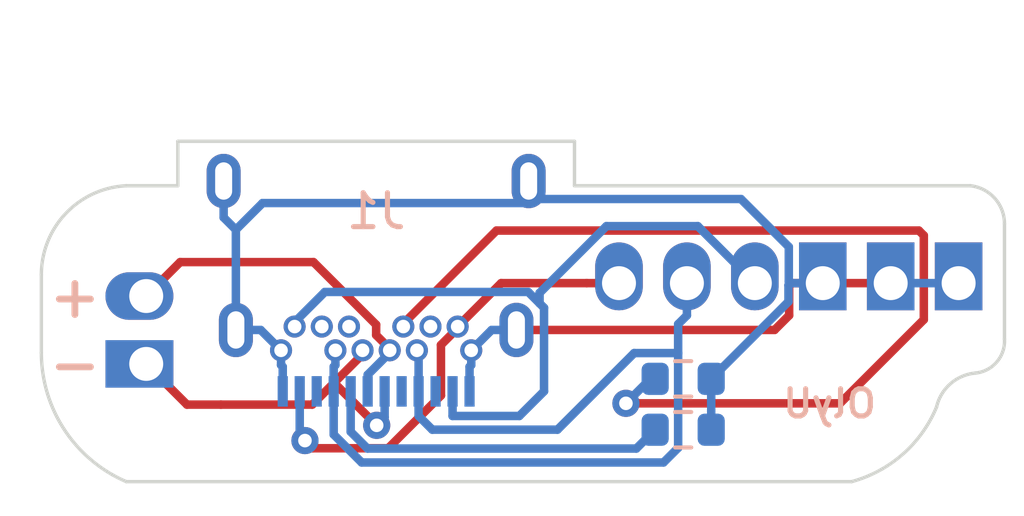
<source format=kicad_pcb>
(kicad_pcb (version 20211014) (generator pcbnew)
  (layers (0 "F.Cu" signal) (31 "B.Cu" signal) (34 "B.Paste" user) (35 "F.Paste" user) (36 "B.SilkS" user "B.Silkscreen") (37 "F.SilkS" user "F.Silkscreen") (38 "B.Mask" user) (39 "F.Mask" user) (44 "Edge.Cuts" user))
  (net 0 "")
  (net 1 "GND")
  (net 2 "3V3")
  (net 3 "VBUS")
  (net 4 "Net-(J1-PadA5)")
  (net 5 "D+")
  (net 6 "D-")
  (net 7 "Net-(J1-PadA8)")
  (net 8 "D3V")
  (net 9 "Net-(J1-PadB5)")
  (net 10 "Net-(J1-PadB8)")
  (net 11 "Net-(J1-PadB3)")
  (net 12 "Net-(J1-PadB10)")
  (net 13 "Net-(J1-PadA3)")
  (net 14 "Net-(J1-PadA10)")
  (footprint "Connector_PinHeader_2.00mm:PinHeader_1x06_P2.00mm_Vertical" (layer "F.Cu") (at 7.15 3.35 90)
    (fp_text reference "J2" hide)
    (fp_text value "Conn_01x06" hide)
    (pad "1" thru_hole oval locked (at 0 0 90) (size 2 1.4) (drill 1 (offset 0.2 0)) (layers *.Cu *.Mask) (net 2 "3V3"))
    (pad "2" thru_hole oval locked (at 0 2 90) (size 2 1.4) (drill 1 (offset 0.2 0)) (layers *.Cu *.Mask) (net 3 "VBUS"))
    (pad "3" thru_hole oval locked (at 0 4 90) (size 2 1.4) (drill 1 (offset 0.2 0)) (layers *.Cu *.Mask) (net 8 "D3V"))
    (pad "4" thru_hole rect locked (at 0 6 90) (size 2 1.4) (drill 1 (offset 0.2 0)) (layers *.Cu *.Mask) (net 1 "GND"))
    (pad "5" thru_hole rect locked (at 0 8 90) (size 2 1.4) (drill 1 (offset 0.2 0)) (layers *.Cu *.Mask) (net 1 "GND"))
    (pad "6" thru_hole rect locked (at 0 10 90) (size 2 1.4) (drill 1 (offset 0.2 0)) (layers *.Cu *.Mask) (net 1 "GND"))
  )
  (footprint "Connector_PinHeader_2.00mm:PinHeader_1x02_P2.00mm_Vertical" (layer "F.Cu") (at -6.77 5.73 180)
    (fp_text reference "J3" hide)
    (fp_text value "Conn_01x02" hide)
    (pad "1" thru_hole rect locked (at 0 0 180) (size 2 1.4) (drill 1 (offset 0.2 0)) (layers *.Cu *.Mask) (net 6 "D-"))
    (pad "2" thru_hole oval locked (at 0 2 180) (size 2 1.4) (drill 1 (offset 0.2 0)) (layers *.Cu *.Mask) (net 5 "D+"))
  )
  (footprint "Model_S:Shou Han Type-C 24P QCHT" (layer "B.Cu") (at 0 -1.5204)
    (fp_text reference "J1" (at 0 2.75) (layer "B.SilkS") (effects (justify mirror)))
    (fp_text value "USB_C_Receptacle")
    (pad "" np_thru_hole circle (at -3.6 7.5) (size 0.7 0.7) (drill 0.7) (layers *.Cu *.Mask))
    (pad "" np_thru_hole circle (at 3.75 7.5) (size 0.7 0.7) (drill 0.7) (layers *.Cu *.Mask))
    (pad "A1" smd rect (at -2.75 8.06) (size 0.3 0.9) (layers "B.Cu" "B.Paste" "B.Mask") (net 1 "GND"))
    (pad "A2" smd rect (at -2.25 8.06) (size 0.3 0.9) (layers "B.Cu" "B.Paste" "B.Mask") (net 2 "3V3"))
    (pad "A3" smd rect (at -1.75 8.06) (size 0.3 0.9) (layers "B.Cu" "B.Paste" "B.Mask") (net 13 "Net-(J1-PadA3)"))
    (pad "A4" smd rect (at -1.25 8.06) (size 0.3 0.9) (layers "B.Cu" "B.Paste" "B.Mask") (net 3 "VBUS"))
    (pad "A5" smd rect (at -0.75 8.06) (size 0.3 0.9) (layers "B.Cu" "B.Paste" "B.Mask") (net 4 "Net-(J1-PadA5)"))
    (pad "A6" smd rect (at -0.25 8.06) (size 0.3 0.9) (layers "B.Cu" "B.Paste" "B.Mask") (net 5 "D+"))
    (pad "A7" smd rect (at 0.25 8.06) (size 0.3 0.9) (layers "B.Cu" "B.Paste" "B.Mask") (net 6 "D-"))
    (pad "A8" smd rect (at 0.75 8.06) (size 0.3 0.9) (layers "B.Cu" "B.Paste" "B.Mask") (net 7 "Net-(J1-PadA8)"))
    (pad "A9" smd rect (at 1.25 8.06) (size 0.3 0.9) (layers "B.Cu" "B.Paste" "B.Mask") (net 3 "VBUS"))
    (pad "A10" smd rect (at 1.75 8.06) (size 0.3 0.9) (layers "B.Cu" "B.Paste" "B.Mask") (net 14 "Net-(J1-PadA10)"))
    (pad "A11" smd rect (at 2.25 8.06) (size 0.3 0.9) (layers "B.Cu" "B.Paste" "B.Mask") (net 8 "D3V"))
    (pad "A12" smd rect (at 2.75 8.06) (size 0.3 0.9) (layers "B.Cu" "B.Paste" "B.Mask") (net 1 "GND"))
    (pad "B1" thru_hole circle (at 2.8 6.85) (size 0.65 0.65) (drill 0.4) (layers *.Cu *.Mask) (net 1 "GND"))
    (pad "B2" thru_hole circle (at 2.4 6.15) (size 0.65 0.65) (drill 0.4) (layers *.Cu *.Mask) (net 2 "3V3"))
    (pad "B3" thru_hole circle (at 1.6 6.15) (size 0.65 0.65) (drill 0.4) (layers *.Cu *.Mask) (net 11 "Net-(J1-PadB3)"))
    (pad "B4" thru_hole circle (at 1.2 6.85) (size 0.65 0.65) (drill 0.4) (layers *.Cu *.Mask) (net 3 "VBUS"))
    (pad "B5" thru_hole circle (at 0.8 6.15) (size 0.65 0.65) (drill 0.4) (layers *.Cu *.Mask) (net 9 "Net-(J1-PadB5)"))
    (pad "B6" thru_hole circle (at 0.4 6.85) (size 0.65 0.65) (drill 0.4) (layers *.Cu *.Mask) (net 5 "D+"))
    (pad "B7" thru_hole circle (at -0.4 6.85) (size 0.65 0.65) (drill 0.4) (layers *.Cu *.Mask) (net 6 "D-"))
    (pad "B8" thru_hole circle (at -0.8 6.15) (size 0.65 0.65) (drill 0.4) (layers *.Cu *.Mask) (net 10 "Net-(J1-PadB8)"))
    (pad "B9" thru_hole circle (at -1.2 6.85) (size 0.65 0.65) (drill 0.4) (layers *.Cu *.Mask) (net 3 "VBUS"))
    (pad "B10" thru_hole circle (at -1.6 6.15) (size 0.65 0.65) (drill 0.4) (layers *.Cu *.Mask) (net 12 "Net-(J1-PadB10)"))
    (pad "B11" thru_hole circle (at -2.4 6.15) (size 0.65 0.65) (drill 0.4) (layers *.Cu *.Mask) (net 8 "D3V"))
    (pad "B12" thru_hole circle (at -2.8 6.85) (size 0.65 0.65) (drill 0.4) (layers *.Cu *.Mask) (net 1 "GND"))
    (pad "S1" thru_hole oval (at -4.13 6.25) (size 1 1.6) (drill oval 0.5 1.1) (layers *.Cu *.Mask) (net 1 "GND"))
    (pad "S1" thru_hole oval (at 4.49 1.86) (size 1 1.6) (drill oval 0.5 1.1) (layers *.Cu *.Mask) (net 1 "GND"))
    (pad "S1" thru_hole oval (at -4.49 1.86) (size 1 1.6) (drill oval 0.5 1.1) (layers *.Cu *.Mask) (net 1 "GND"))
    (pad "S1" thru_hole oval (at 4.13 6.25) (size 1 1.6) (drill oval 0.5 1.1) (layers *.Cu *.Mask) (net 1 "GND"))
  )
  (footprint "Resistor_SMD:R_0603_1608Metric" (layer "B.Cu") (at 9.04 7.67 180)
    (fp_text reference "R1" hide)
    (fp_text value "5.1k" hide)
    (fp_line (start -0.237258 0.5225) (end 0.237258 0.5225) (layer "B.SilkS") (width 0.12))
    (fp_line (start -0.237258 -0.5225) (end 0.237258 -0.5225) (layer "B.SilkS") (width 0.12))
    (pad "1" smd roundrect locked (at -0.825 0 180) (size 0.8 0.95) (layers "B.Cu" "B.Paste" "B.Mask") (net 1 "GND"))
    (pad "2" smd roundrect locked (at 0.825 0 180) (size 0.8 0.95) (layers "B.Cu" "B.Paste" "B.Mask") (net 4 "Net-(J1-PadA5)"))
  )
  (footprint "Resistor_SMD:R_0603_1608Metric" (layer "B.Cu") (at 9.04 6.17)
    (fp_text reference "R2" hide)
    (fp_text value "5.1k" hide)
    (fp_line (start -0.237258 -0.5225) (end 0.237258 -0.5225) (layer "B.SilkS") (width 0.12))
    (fp_line (start -0.237258 0.5225) (end 0.237258 0.5225) (layer "B.SilkS") (width 0.12))
    (pad "1" smd roundrect locked (at -0.825 0) (size 0.8 0.95) (layers "B.Cu" "B.Paste" "B.Mask") (net 9 "Net-(J1-PadB5)"))
    (pad "2" smd roundrect locked (at 0.825 0) (size 0.8 0.95) (layers "B.Cu" "B.Paste" "B.Mask") (net 1 "GND"))
  )
  (gr_line (start -7.357106 0.479642) (end -5.84 0.479642) (layer "Edge.Cuts") (width 0.1))
  (gr_line (start -7.357106 9.2) (end 14 9.2) (layer "Edge.Cuts") (width 0.1))
  (gr_line (start -9.857106 3.1) (end -9.857106 5.4) (layer "Edge.Cuts") (width 0.1))
  (gr_arc (start 16.5 7) (mid 15.505803 8.390686) (end 14 9.2) (layer "Edge.Cuts") (width 0.1))
  (gr_arc (start -7.357106 9.2) (mid -9.176053 7.674307) (end -9.857106 5.4) (layer "Edge.Cuts") (width 0.1))
  (gr_line (start 18.5 5) (end 18.5 1.6) (layer "Edge.Cuts") (width 0.1))
  (gr_line (start -5.84 -0.830358) (end 5.84 -0.830358) (layer "Edge.Cuts") (width 0.1))
  (gr_line (start 5.84 0.479642) (end 17.5 0.479642) (layer "Edge.Cuts") (width 0.1))
  (gr_line (start -5.84 -0.830358) (end -5.84 0.479642) (layer "Edge.Cuts") (width 0.1))
  (gr_arc (start -9.857106 3.1) (mid -9.131849 1.28918) (end -7.357106 0.479642) (layer "Edge.Cuts") (width 0.1))
  (gr_arc (start 17.5 0.479642) (mid 18.213632 0.849137) (end 18.5 1.6) (layer "Edge.Cuts") (width 0.1))
  (gr_arc (start 18.5 5) (mid 18.273401 5.673097) (end 17.642894 6) (layer "Edge.Cuts") (width 0.1))
  (gr_line (start 5.84 -0.830358) (end 5.84 0.479642) (layer "Edge.Cuts") (width 0.1))
  (gr_arc (start 16.5 7) (mid 16.909223 6.314595) (end 17.642894 6) (layer "Edge.Cuts") (width 0.1))
  (gr_text "OlyU" (at 13.35 6.9) (layer "B.SilkS") (effects (font (size 0.8 0.8)) (justify mirror)))
  (gr_text "+" (at -8.87 3.73) (layer "B.SilkS") (effects (font (size 1.2 1.2) (thickness 0.2))))
  (gr_text "-" (at -8.87 5.73) (layer "B.SilkS") (effects (font (size 1.2 1.2) (thickness 0.2))))
  (segment (start 11.7304 4.7296) (end 12.16 4.3) (width 0.25) (layer "F.Cu") (net 1))
  (segment (start 12.24 3.35) (end 13.15 3.35) (width 0.25) (layer "F.Cu") (net 1))
  (segment (start 4.13 4.7296) (end 11.7304 4.7296) (width 0.25) (layer "F.Cu") (net 1))
  (segment (start 15.15 3.35) (end 13.15 3.35) (width 0.25) (layer "F.Cu") (net 1))
  (segment (start 12.16 3.43) (end 12.24 3.35) (width 0.25) (layer "F.Cu") (net 1))
  (segment (start 12.16 4.3) (end 12.16 3.43) (width 0.25) (layer "F.Cu") (net 1))
  (segment (start 4.49 0.9898) (end 4.6098 0.87) (width 0.25) (layer "B.Cu") (net 1))
  (segment (start 2.75 6.5396) (end 2.75 5.8143) (width 0.25) (layer "B.Cu") (net 1))
  (segment (start 17.15 3.35) (end 15.15 3.35) (width 0.25) (layer "B.Cu") (net 1))
  (segment (start 10.74 0.87) (end 12.15 2.28) (width 0.25) (layer "B.Cu") (net 1))
  (segment (start 4.49 0.9898) (end -3.3449 0.9898) (width 0.25) (layer "B.Cu") (net 1))
  (segment (start -4.49 1.4149) (end -4.13 1.7749) (width 0.25) (layer "B.Cu") (net 1))
  (segment (start 12.15 3.3003) (end 12.1997 3.35) (width 0.25) (layer "B.Cu") (net 1))
  (segment (start -2.75 6.5396) (end -2.75 5.8143) (width 0.25) (layer "B.Cu") (net 1))
  (segment (start 12.15 2.28) (end 12.15 3.3003) (width 0.25) (layer "B.Cu") (net 1))
  (segment (start 13.15 3.35) (end 12.1997 3.35) (width 0.25) (layer "B.Cu") (net 1))
  (segment (start 2.8 5.3296) (end 2.8 5.7643) (width 0.25) (layer "B.Cu") (net 1))
  (segment (start -2.8 5.7643) (end -2.8 5.3296) (width 0.25) (layer "B.Cu") (net 1))
  (segment (start -3.4 4.7296) (end -2.8 5.3296) (width 0.25) (layer "B.Cu") (net 1))
  (segment (start 12.14 3.895) (end 12.14 3.4097) (width 0.25) (layer "B.Cu") (net 1))
  (segment (start 4.49 0.3396) (end 4.49 0.9898) (width 0.25) (layer "B.Cu") (net 1))
  (segment (start 3.4 4.7296) (end 2.8 5.3296) (width 0.25) (layer "B.Cu") (net 1))
  (segment (start 9.865 6.17) (end 12.14 3.895) (width 0.25) (layer "B.Cu") (net 1))
  (segment (start -2.75 5.8143) (end -2.8 5.7643) (width 0.25) (layer "B.Cu") (net 1))
  (segment (start -3.3449 0.9898) (end -4.13 1.7749) (width 0.25) (layer "B.Cu") (net 1))
  (segment (start 4.13 4.7296) (end 3.4 4.7296) (width 0.25) (layer "B.Cu") (net 1))
  (segment (start 4.6098 0.87) (end 10.74 0.87) (width 0.25) (layer "B.Cu") (net 1))
  (segment (start -4.13 4.7296) (end -3.4 4.7296) (width 0.25) (layer "B.Cu") (net 1))
  (segment (start 9.865 6.17) (end 9.865 7.67) (width 0.25) (layer "B.Cu") (net 1))
  (segment (start -4.49 0.3396) (end -4.49 1.4149) (width 0.25) (layer "B.Cu") (net 1))
  (segment (start 12.14 3.4097) (end 12.1997 3.35) (width 0.25) (layer "B.Cu") (net 1))
  (segment (start -4.13 1.7749) (end -4.13 4.7296) (width 0.25) (layer "B.Cu") (net 1))
  (segment (start 2.8 5.7643) (end 2.75 5.8143) (width 0.25) (layer "B.Cu") (net 1))
  (segment (start 6.1997 3.35) (end 3.6796 3.35) (width 0.25) (layer "F.Cu") (net 2))
  (segment (start 1.908 6.6622) (end 0.3547 8.2155) (width 0.25) (layer "F.Cu") (net 2))
  (segment (start 3.6796 3.35) (end 2.4 4.6296) (width 0.25) (layer "F.Cu") (net 2))
  (segment (start -1.8706 8.2155) (end -2.0963 7.9898) (width 0.25) (layer "F.Cu") (net 2))
  (segment (start 0.3547 8.2155) (end -1.8706 8.2155) (width 0.25) (layer "F.Cu") (net 2))
  (segment (start 2.4 4.6296) (end 2.4 4.6788) (width 0.25) (layer "F.Cu") (net 2))
  (segment (start 7.15 3.35) (end 6.1997 3.35) (width 0.25) (layer "F.Cu") (net 2))
  (segment (start 1.908 5.1708) (end 1.908 6.6622) (width 0.25) (layer "F.Cu") (net 2))
  (segment (start 2.4 4.6788) (end 1.908 5.1708) (width 0.25) (layer "F.Cu") (net 2))
  (via (at -2.0963 7.9898) (size 0.8) (drill 0.4) (layers "F.Cu" "B.Cu") (net 2))
  (segment (start -2.25 7.8361) (end -2.25 6.5396) (width 0.25) (layer "B.Cu") (net 2))
  (segment (start -2.0963 7.9898) (end -2.25 7.8361) (width 0.25) (layer "B.Cu") (net 2))
  (segment (start 8.4607 8.6351) (end 8.8915 8.2043) (width 0.25) (layer "B.Cu") (net 3))
  (segment (start 7.5961 5.4112) (end 8.8915 5.4112) (width 0.25) (layer "B.Cu") (net 3))
  (segment (start 9.15 3.35) (end 9.15 4.3003) (width 0.25) (layer "B.Cu") (net 3))
  (segment (start -1.2 5.7643) (end -1.25 5.8143) (width 0.25) (layer "B.Cu") (net 3))
  (segment (start -0.4262 8.6351) (end 8.4607 8.6351) (width 0.25) (layer "B.Cu") (net 3))
  (segment (start 8.8915 5.4112) (end 8.8915 4.5588) (width 0.25) (layer "B.Cu") (net 3))
  (segment (start 8.8915 4.5588) (end 9.15 4.3003) (width 0.25) (layer "B.Cu") (net 3))
  (segment (start 1.25 6.5396) (end 1.25 7.2649) (width 0.25) (layer "B.Cu") (net 3))
  (segment (start 8.8915 8.2043) (end 8.8915 5.4112) (width 0.25) (layer "B.Cu") (net 3))
  (segment (start -1.25 6.1769) (end -1.25 5.8143) (width 0.25) (layer "B.Cu") (net 3))
  (segment (start 1.25 7.2649) (end 1.6533 7.6682) (width 0.25) (layer "B.Cu") (net 3))
  (segment (start -1.2 5.3296) (end -1.2 5.7643) (width 0.25) (layer "B.Cu") (net 3))
  (segment (start 1.6533 7.6682) (end 5.3391 7.6682) (width 0.25) (layer "B.Cu") (net 3))
  (segment (start 5.3391 7.6682) (end 7.5961 5.4112) (width 0.25) (layer "B.Cu") (net 3))
  (segment (start -1.25 7.8113) (end -0.4262 8.6351) (width 0.25) (layer "B.Cu") (net 3))
  (segment (start -1.25 6.1769) (end -1.25 6.5396) (width 0.25) (layer "B.Cu") (net 3))
  (segment (start 1.25 5.3796) (end 1.25 6.5396) (width 0.25) (layer "B.Cu") (net 3))
  (segment (start -1.25 6.5396) (end -1.25 7.8113) (width 0.25) (layer "B.Cu") (net 3))
  (segment (start 1.2 5.3296) (end 1.25 5.3796) (width 0.25) (layer "B.Cu") (net 3))
  (segment (start 7.6605 8.2245) (end -0.2545 8.2245) (width 0.25) (layer "B.Cu") (net 4))
  (segment (start -0.2545 8.2245) (end -0.75 7.729) (width 0.25) (layer "B.Cu") (net 4))
  (segment (start -0.75 7.729) (end -0.75 6.5396) (width 0.25) (layer "B.Cu") (net 4))
  (segment (start 8.215 7.67) (end 7.6605 8.2245) (width 0.25) (layer "B.Cu") (net 4))
  (segment (start 0.4 5.3296) (end 0.4 5.2804) (width 0.25) (layer "F.Cu") (net 5))
  (segment (start -1.8439 2.73) (end -5.77 2.73) (width 0.25) (layer "F.Cu") (net 5))
  (segment (start -5.77 2.73) (end -6.77 3.73) (width 0.25) (layer "F.Cu") (net 5))
  (segment (start 0.4 5.2804) (end 0 4.8804) (width 0.25) (layer "F.Cu") (net 5))
  (segment (start 0 4.8804) (end 0 4.5739) (width 0.25) (layer "F.Cu") (net 5))
  (segment (start 0 4.5739) (end -1.8439 2.73) (width 0.25) (layer "F.Cu") (net 5))
  (segment (start -0.25 6.5396) (end -0.25 6.0503) (width 0.25) (layer "B.Cu") (net 5))
  (segment (start -0.25 6.0503) (end 0.4 5.4003) (width 0.25) (layer "B.Cu") (net 5))
  (segment (start 0.4 5.4003) (end 0.4 5.3296) (width 0.25) (layer "B.Cu") (net 5))
  (segment (start -1.8819 6.93) (end -4.57 6.93) (width 0.25) (layer "F.Cu") (net 6))
  (segment (start -0.4 5.4481) (end -1.238 6.2861) (width 0.25) (layer "F.Cu") (net 6))
  (segment (start -5.57 6.93) (end -6.77 5.73) (width 0.25) (layer "F.Cu") (net 6))
  (segment (start -1.238 6.2861) (end -1.8819 6.93) (width 0.25) (layer "F.Cu") (net 6))
  (segment (start 0.016 7.5401) (end -1.238 6.2861) (width 0.25) (layer "F.Cu") (net 6))
  (segment (start -4.57 6.93) (end -5.57 6.93) (width 0.25) (layer "F.Cu") (net 6))
  (segment (start -0.4 5.3296) (end -0.4 5.4481) (width 0.25) (layer "F.Cu") (net 6))
  (via (at 0.016 7.5401) (size 0.8) (drill 0.4) (layers "F.Cu" "B.Cu") (net 6))
  (segment (start 0.25 6.5396) (end 0.25 7.3061) (width 0.25) (layer "B.Cu") (net 6))
  (segment (start 0.25 7.3061) (end 0.016 7.5401) (width 0.25) (layer "B.Cu") (net 6))
  (segment (start 4.9429 6.5371) (end 4.2151 7.2649) (width 0.25) (layer "B.Cu") (net 8))
  (segment (start -2.4 4.4994) (end -1.5107 3.6101) (width 0.25) (layer "B.Cu") (net 8))
  (segment (start 2.25 7.2649) (end 2.25 6.5396) (width 0.25) (layer "B.Cu") (net 8))
  (segment (start 4.9429 4.0757) (end 4.9429 6.5371) (width 0.25) (layer "B.Cu") (net 8))
  (segment (start -1.5107 3.6101) (end 4.4773 3.6101) (width 0.25) (layer "B.Cu") (net 8))
  (segment (start 4.812 3.9447) (end 4.812 3.638) (width 0.25) (layer "B.Cu") (net 8))
  (segment (start -2.4 4.6296) (end -2.4 4.4994) (width 0.25) (layer "B.Cu") (net 8))
  (segment (start 4.2151 7.2649) (end 2.25 7.2649) (width 0.25) (layer "B.Cu") (net 8))
  (segment (start 4.4773 3.6101) (end 4.812 3.9447) (width 0.25) (layer "B.Cu") (net 8))
  (segment (start 4.812 3.638) (end 6.78 1.67) (width 0.25) (layer "B.Cu") (net 8))
  (segment (start 4.812 3.9447) (end 4.9429 4.0757) (width 0.25) (layer "B.Cu") (net 8))
  (segment (start 9.47 1.67) (end 11.15 3.35) (width 0.25) (layer "B.Cu") (net 8))
  (segment (start 6.78 1.67) (end 9.47 1.67) (width 0.25) (layer "B.Cu") (net 8))
  (segment (start 16.125 1.945) (end 16.125 4.425) (width 0.25) (layer "F.Cu") (net 9))
  (segment (start 0.8 4.5427) (end 3.5427 1.8) (width 0.25) (layer "F.Cu") (net 9))
  (segment (start 16.125 4.425) (end 13.6585 6.8915) (width 0.25) (layer "F.Cu") (net 9))
  (segment (start 13.6585 6.8915) (end 7.3545 6.8915) (width 0.25) (layer "F.Cu") (net 9))
  (segment (start 0.8 4.6296) (end 0.8 4.5427) (width 0.25) (layer "F.Cu") (net 9))
  (segment (start 3.5427 1.8) (end 15.98 1.8) (width 0.25) (layer "F.Cu") (net 9))
  (segment (start 15.98 1.8) (end 16.125 1.945) (width 0.25) (layer "F.Cu") (net 9))
  (via (at 7.3545 6.8915) (size 0.8) (drill 0.4) (layers "F.Cu" "B.Cu") (net 9))
  (segment (start 8.215 6.17) (end 8.076 6.17) (width 0.25) (layer "B.Cu") (net 9))
  (segment (start 8.076 6.17) (end 7.3545 6.8915) (width 0.25) (layer "B.Cu") (net 9))
)
</source>
